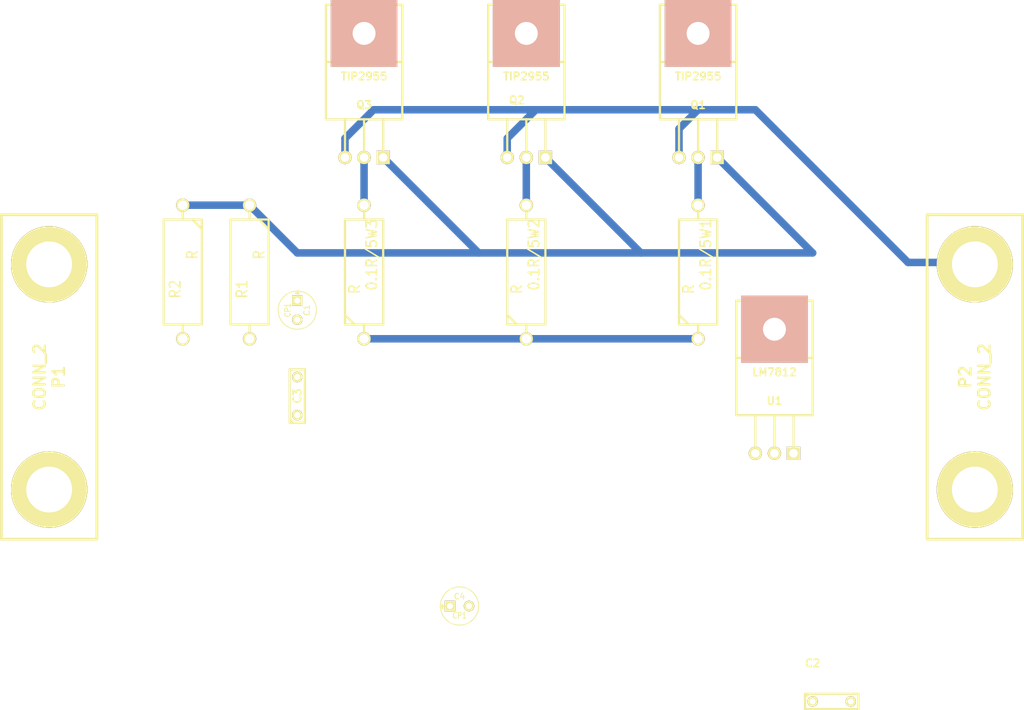
<source format=kicad_pcb>
(kicad_pcb (version 3) (host pcbnew "(2013-jul-07)-stable")

  (general
    (links 24)
    (no_connects 14)
    (area 113.109499 101.93382 251.380501 200.288401)
    (thickness 1.6)
    (drawings 0)
    (tracks 24)
    (zones 0)
    (modules 15)
    (nets 8)
  )

  (page A3)
  (layers
    (15 F.Cu signal)
    (0 B.Cu signal)
    (17 F.Adhes user)
    (19 F.Paste user)
    (21 F.SilkS user)
    (23 F.Mask user)
    (28 Edge.Cuts user)
  )

  (setup
    (last_trace_width 1)
    (trace_clearance 1)
    (zone_clearance 0.508)
    (zone_45_only no)
    (trace_min 0.254)
    (segment_width 0.2)
    (edge_width 0.1)
    (via_size 0.889)
    (via_drill 0.635)
    (via_min_size 0.889)
    (via_min_drill 0.508)
    (uvia_size 0.508)
    (uvia_drill 0.127)
    (uvias_allowed no)
    (uvia_min_size 0.508)
    (uvia_min_drill 0.127)
    (pcb_text_width 0.3)
    (pcb_text_size 1.5 1.5)
    (mod_edge_width 0.15)
    (mod_text_size 1 1)
    (mod_text_width 0.15)
    (pad_size 1.5 1.5)
    (pad_drill 0.6)
    (pad_to_mask_clearance 0.2)
    (solder_mask_min_width 0.3)
    (aux_axis_origin 0 0)
    (visible_elements FFFFFFBF)
    (pcbplotparams
      (layerselection 3178497)
      (usegerberextensions true)
      (excludeedgelayer true)
      (linewidth 0.150000)
      (plotframeref false)
      (viasonmask false)
      (mode 1)
      (useauxorigin false)
      (hpglpennumber 1)
      (hpglpenspeed 20)
      (hpglpendiameter 15)
      (hpglpenoverlay 2)
      (psnegative false)
      (psa4output false)
      (plotreference true)
      (plotvalue true)
      (plotothertext true)
      (plotinvisibletext false)
      (padsonsilk false)
      (subtractmaskfromsilk false)
      (outputformat 1)
      (mirror false)
      (drillshape 1)
      (scaleselection 1)
      (outputdirectory ""))
  )

  (net 0 "")
  (net 1 N-000001)
  (net 2 N-000002)
  (net 3 N-000003)
  (net 4 N-000004)
  (net 5 N-000005)
  (net 6 N-000006)
  (net 7 N-000007)

  (net_class Default "This is the default net class."
    (clearance 1)
    (trace_width 1)
    (via_dia 0.889)
    (via_drill 0.635)
    (uvia_dia 0.508)
    (uvia_drill 0.127)
    (add_net "")
    (add_net N-000001)
    (add_net N-000002)
    (add_net N-000003)
    (add_net N-000004)
    (add_net N-000005)
    (add_net N-000006)
    (add_net N-000007)
  )

  (module TO220 (layer F.Cu) (tedit 200000) (tstamp 53E4BFE1)
    (at 162.56 125.73 90)
    (descr "Transistor TO 220")
    (tags "TR TO220 DEV")
    (path /53E4BD04)
    (fp_text reference Q3 (at 6.985 0 180) (layer F.SilkS)
      (effects (font (size 1.016 1.016) (thickness 0.2032)))
    )
    (fp_text value TIP2955 (at 10.795 0 180) (layer F.SilkS)
      (effects (font (size 1.016 1.016) (thickness 0.2032)))
    )
    (fp_line (start 0 -2.54) (end 5.08 -2.54) (layer F.SilkS) (width 0.3048))
    (fp_line (start 0 0) (end 5.08 0) (layer F.SilkS) (width 0.3048))
    (fp_line (start 0 2.54) (end 5.08 2.54) (layer F.SilkS) (width 0.3048))
    (fp_line (start 5.08 5.08) (end 20.32 5.08) (layer F.SilkS) (width 0.3048))
    (fp_line (start 20.32 5.08) (end 20.32 -5.08) (layer F.SilkS) (width 0.3048))
    (fp_line (start 20.32 -5.08) (end 5.08 -5.08) (layer F.SilkS) (width 0.3048))
    (fp_line (start 5.08 -5.08) (end 5.08 5.08) (layer F.SilkS) (width 0.3048))
    (fp_line (start 12.7 3.81) (end 12.7 -5.08) (layer F.SilkS) (width 0.3048))
    (fp_line (start 12.7 3.81) (end 12.7 5.08) (layer F.SilkS) (width 0.3048))
    (pad 1 thru_hole rect (at 0 2.54 90) (size 1.778 1.778) (drill 1.143)
      (layers *.Cu *.Mask F.SilkS)
      (net 6 N-000006)
    )
    (pad 2 thru_hole circle (at 0 -2.54 90) (size 1.778 1.778) (drill 1.143)
      (layers *.Cu *.Mask F.SilkS)
      (net 1 N-000001)
    )
    (pad 3 thru_hole circle (at 0 0 90) (size 1.778 1.778) (drill 1.143)
      (layers *.Cu *.Mask F.SilkS)
      (net 5 N-000005)
    )
    (pad 4 thru_hole rect (at 16.51 0 90) (size 8.89 8.89) (drill 3.048)
      (layers *.Cu *.SilkS *.Mask)
    )
    (model discret/to220_horiz.wrl
      (at (xyz 0 0 0))
      (scale (xyz 1 1 1))
      (rotate (xyz 0 0 0))
    )
  )

  (module TO220 (layer F.Cu) (tedit 53E4BFF1) (tstamp 53E4BFF2)
    (at 184.15 125.73 90)
    (descr "Transistor TO 220")
    (tags "TR TO220 DEV")
    (path /53E4BD25)
    (fp_text reference Q2 (at 7.62 -1.27 180) (layer F.SilkS)
      (effects (font (size 1.016 1.016) (thickness 0.2032)))
    )
    (fp_text value TIP2955 (at 10.795 0 180) (layer F.SilkS)
      (effects (font (size 1.016 1.016) (thickness 0.2032)))
    )
    (fp_line (start 0 -2.54) (end 5.08 -2.54) (layer F.SilkS) (width 0.3048))
    (fp_line (start 0 0) (end 5.08 0) (layer F.SilkS) (width 0.3048))
    (fp_line (start 0 2.54) (end 5.08 2.54) (layer F.SilkS) (width 0.3048))
    (fp_line (start 5.08 5.08) (end 20.32 5.08) (layer F.SilkS) (width 0.3048))
    (fp_line (start 20.32 5.08) (end 20.32 -5.08) (layer F.SilkS) (width 0.3048))
    (fp_line (start 20.32 -5.08) (end 5.08 -5.08) (layer F.SilkS) (width 0.3048))
    (fp_line (start 5.08 -5.08) (end 5.08 5.08) (layer F.SilkS) (width 0.3048))
    (fp_line (start 12.7 3.81) (end 12.7 -5.08) (layer F.SilkS) (width 0.3048))
    (fp_line (start 12.7 3.81) (end 12.7 5.08) (layer F.SilkS) (width 0.3048))
    (pad 1 thru_hole rect (at 0 2.54 90) (size 1.778 1.778) (drill 1.143)
      (layers *.Cu *.Mask F.SilkS)
      (net 6 N-000006)
    )
    (pad 2 thru_hole circle (at 0 -2.54 90) (size 1.778 1.778) (drill 1.143)
      (layers *.Cu *.Mask F.SilkS)
      (net 1 N-000001)
    )
    (pad 3 thru_hole circle (at 0 0 90) (size 1.778 1.778) (drill 1.143)
      (layers *.Cu *.Mask F.SilkS)
      (net 4 N-000004)
    )
    (pad 4 thru_hole rect (at 16.51 0 90) (size 8.89 8.89) (drill 3.048)
      (layers *.Cu *.SilkS *.Mask)
    )
    (model discret/to220_horiz.wrl
      (at (xyz 0 0 0))
      (scale (xyz 1 1 1))
      (rotate (xyz 0 0 0))
    )
  )

  (module TO220 (layer F.Cu) (tedit 200000) (tstamp 53E4C003)
    (at 207.01 125.73 90)
    (descr "Transistor TO 220")
    (tags "TR TO220 DEV")
    (path /53E4BD2B)
    (fp_text reference Q1 (at 6.985 0 180) (layer F.SilkS)
      (effects (font (size 1.016 1.016) (thickness 0.2032)))
    )
    (fp_text value TIP2955 (at 10.795 0 180) (layer F.SilkS)
      (effects (font (size 1.016 1.016) (thickness 0.2032)))
    )
    (fp_line (start 0 -2.54) (end 5.08 -2.54) (layer F.SilkS) (width 0.3048))
    (fp_line (start 0 0) (end 5.08 0) (layer F.SilkS) (width 0.3048))
    (fp_line (start 0 2.54) (end 5.08 2.54) (layer F.SilkS) (width 0.3048))
    (fp_line (start 5.08 5.08) (end 20.32 5.08) (layer F.SilkS) (width 0.3048))
    (fp_line (start 20.32 5.08) (end 20.32 -5.08) (layer F.SilkS) (width 0.3048))
    (fp_line (start 20.32 -5.08) (end 5.08 -5.08) (layer F.SilkS) (width 0.3048))
    (fp_line (start 5.08 -5.08) (end 5.08 5.08) (layer F.SilkS) (width 0.3048))
    (fp_line (start 12.7 3.81) (end 12.7 -5.08) (layer F.SilkS) (width 0.3048))
    (fp_line (start 12.7 3.81) (end 12.7 5.08) (layer F.SilkS) (width 0.3048))
    (pad 1 thru_hole rect (at 0 2.54 90) (size 1.778 1.778) (drill 1.143)
      (layers *.Cu *.Mask F.SilkS)
      (net 6 N-000006)
    )
    (pad 2 thru_hole circle (at 0 -2.54 90) (size 1.778 1.778) (drill 1.143)
      (layers *.Cu *.Mask F.SilkS)
      (net 1 N-000001)
    )
    (pad 3 thru_hole circle (at 0 0 90) (size 1.778 1.778) (drill 1.143)
      (layers *.Cu *.Mask F.SilkS)
      (net 3 N-000003)
    )
    (pad 4 thru_hole rect (at 16.51 0 90) (size 8.89 8.89) (drill 3.048)
      (layers *.Cu *.SilkS *.Mask)
    )
    (model discret/to220_horiz.wrl
      (at (xyz 0 0 0))
      (scale (xyz 1 1 1))
      (rotate (xyz 0 0 0))
    )
  )

  (module TO220 (layer F.Cu) (tedit 200000) (tstamp 53E4C014)
    (at 217.17 165.1 90)
    (descr "Transistor TO 220")
    (tags "TR TO220 DEV")
    (path /53E4BF84)
    (fp_text reference U1 (at 6.985 0 180) (layer F.SilkS)
      (effects (font (size 1.016 1.016) (thickness 0.2032)))
    )
    (fp_text value LM7812 (at 10.795 0 180) (layer F.SilkS)
      (effects (font (size 1.016 1.016) (thickness 0.2032)))
    )
    (fp_line (start 0 -2.54) (end 5.08 -2.54) (layer F.SilkS) (width 0.3048))
    (fp_line (start 0 0) (end 5.08 0) (layer F.SilkS) (width 0.3048))
    (fp_line (start 0 2.54) (end 5.08 2.54) (layer F.SilkS) (width 0.3048))
    (fp_line (start 5.08 5.08) (end 20.32 5.08) (layer F.SilkS) (width 0.3048))
    (fp_line (start 20.32 5.08) (end 20.32 -5.08) (layer F.SilkS) (width 0.3048))
    (fp_line (start 20.32 -5.08) (end 5.08 -5.08) (layer F.SilkS) (width 0.3048))
    (fp_line (start 5.08 -5.08) (end 5.08 5.08) (layer F.SilkS) (width 0.3048))
    (fp_line (start 12.7 3.81) (end 12.7 -5.08) (layer F.SilkS) (width 0.3048))
    (fp_line (start 12.7 3.81) (end 12.7 5.08) (layer F.SilkS) (width 0.3048))
    (pad 1 thru_hole rect (at 0 2.54 90) (size 1.778 1.778) (drill 1.143)
      (layers *.Cu *.Mask F.SilkS)
    )
    (pad 2 thru_hole circle (at 0 -2.54 90) (size 1.778 1.778) (drill 1.143)
      (layers *.Cu *.Mask F.SilkS)
    )
    (pad 3 thru_hole circle (at 0 0 90) (size 1.778 1.778) (drill 1.143)
      (layers *.Cu *.Mask F.SilkS)
    )
    (pad 4 thru_hole rect (at 16.51 0 90) (size 8.89 8.89) (drill 3.048)
      (layers *.Cu *.SilkS *.Mask)
    )
    (model discret/to220_horiz.wrl
      (at (xyz 0 0 0))
      (scale (xyz 1 1 1))
      (rotate (xyz 0 0 0))
    )
  )

  (module R7 (layer F.Cu) (tedit 200000) (tstamp 53E4C024)
    (at 207.01 140.97 90)
    (descr "Resitance 7 pas")
    (tags R)
    (path /53E4BDC4)
    (autoplace_cost180 10)
    (fp_text reference 0.1R/5W1 (at 2.286 1.016 90) (layer F.SilkS)
      (effects (font (size 1.397 1.27) (thickness 0.2032)))
    )
    (fp_text value R (at -2.286 -1.27 90) (layer F.SilkS)
      (effects (font (size 1.397 1.27) (thickness 0.2032)))
    )
    (fp_line (start -8.89 0) (end -8.89 0) (layer F.SilkS) (width 0.3048))
    (fp_line (start -8.89 0) (end -8.89 0) (layer F.SilkS) (width 0.3048))
    (fp_line (start 6.985 0) (end 8.89 0) (layer F.SilkS) (width 0.3048))
    (fp_line (start 8.89 0) (end 8.89 0) (layer F.SilkS) (width 0.3048))
    (fp_line (start 6.985 2.54) (end -6.985 2.54) (layer F.SilkS) (width 0.3048))
    (fp_line (start -6.985 -2.54) (end 6.985 -2.54) (layer F.SilkS) (width 0.3048))
    (fp_line (start -6.985 -1.27) (end -5.715 -2.54) (layer F.SilkS) (width 0.3048))
    (fp_line (start 6.985 -2.54) (end 6.985 2.54) (layer F.SilkS) (width 0.3048))
    (fp_line (start -6.985 -2.54) (end -6.985 2.54) (layer F.SilkS) (width 0.3048))
    (fp_line (start -8.89 0) (end -6.985 0) (layer F.SilkS) (width 0.3048))
    (pad 1 thru_hole circle (at -8.89 0 90) (size 1.778 1.778) (drill 1.27)
      (layers *.Cu *.Mask F.SilkS)
      (net 7 N-000007)
    )
    (pad 2 thru_hole circle (at 8.89 0 90) (size 1.778 1.778) (drill 1.27)
      (layers *.Cu *.Mask F.SilkS)
      (net 3 N-000003)
    )
    (model discret/resistor.wrl
      (at (xyz 0 0 0))
      (scale (xyz 0.7 0.7 0.7))
      (rotate (xyz 0 0 0))
    )
  )

  (module R7 (layer F.Cu) (tedit 200000) (tstamp 53E4C034)
    (at 184.15 140.97 90)
    (descr "Resitance 7 pas")
    (tags R)
    (path /53E4BDD1)
    (autoplace_cost180 10)
    (fp_text reference 0.1R/5W2 (at 2.286 1.016 90) (layer F.SilkS)
      (effects (font (size 1.397 1.27) (thickness 0.2032)))
    )
    (fp_text value R (at -2.286 -1.27 90) (layer F.SilkS)
      (effects (font (size 1.397 1.27) (thickness 0.2032)))
    )
    (fp_line (start -8.89 0) (end -8.89 0) (layer F.SilkS) (width 0.3048))
    (fp_line (start -8.89 0) (end -8.89 0) (layer F.SilkS) (width 0.3048))
    (fp_line (start 6.985 0) (end 8.89 0) (layer F.SilkS) (width 0.3048))
    (fp_line (start 8.89 0) (end 8.89 0) (layer F.SilkS) (width 0.3048))
    (fp_line (start 6.985 2.54) (end -6.985 2.54) (layer F.SilkS) (width 0.3048))
    (fp_line (start -6.985 -2.54) (end 6.985 -2.54) (layer F.SilkS) (width 0.3048))
    (fp_line (start -6.985 -1.27) (end -5.715 -2.54) (layer F.SilkS) (width 0.3048))
    (fp_line (start 6.985 -2.54) (end 6.985 2.54) (layer F.SilkS) (width 0.3048))
    (fp_line (start -6.985 -2.54) (end -6.985 2.54) (layer F.SilkS) (width 0.3048))
    (fp_line (start -8.89 0) (end -6.985 0) (layer F.SilkS) (width 0.3048))
    (pad 1 thru_hole circle (at -8.89 0 90) (size 1.778 1.778) (drill 1.27)
      (layers *.Cu *.Mask F.SilkS)
      (net 7 N-000007)
    )
    (pad 2 thru_hole circle (at 8.89 0 90) (size 1.778 1.778) (drill 1.27)
      (layers *.Cu *.Mask F.SilkS)
      (net 4 N-000004)
    )
    (model discret/resistor.wrl
      (at (xyz 0 0 0))
      (scale (xyz 0.7 0.7 0.7))
      (rotate (xyz 0 0 0))
    )
  )

  (module R7 (layer F.Cu) (tedit 200000) (tstamp 53E4C044)
    (at 162.56 140.97 90)
    (descr "Resitance 7 pas")
    (tags R)
    (path /53E4BDD7)
    (autoplace_cost180 10)
    (fp_text reference 0.1R/5W3 (at 2.286 1.016 90) (layer F.SilkS)
      (effects (font (size 1.397 1.27) (thickness 0.2032)))
    )
    (fp_text value R (at -2.286 -1.27 90) (layer F.SilkS)
      (effects (font (size 1.397 1.27) (thickness 0.2032)))
    )
    (fp_line (start -8.89 0) (end -8.89 0) (layer F.SilkS) (width 0.3048))
    (fp_line (start -8.89 0) (end -8.89 0) (layer F.SilkS) (width 0.3048))
    (fp_line (start 6.985 0) (end 8.89 0) (layer F.SilkS) (width 0.3048))
    (fp_line (start 8.89 0) (end 8.89 0) (layer F.SilkS) (width 0.3048))
    (fp_line (start 6.985 2.54) (end -6.985 2.54) (layer F.SilkS) (width 0.3048))
    (fp_line (start -6.985 -2.54) (end 6.985 -2.54) (layer F.SilkS) (width 0.3048))
    (fp_line (start -6.985 -1.27) (end -5.715 -2.54) (layer F.SilkS) (width 0.3048))
    (fp_line (start 6.985 -2.54) (end 6.985 2.54) (layer F.SilkS) (width 0.3048))
    (fp_line (start -6.985 -2.54) (end -6.985 2.54) (layer F.SilkS) (width 0.3048))
    (fp_line (start -8.89 0) (end -6.985 0) (layer F.SilkS) (width 0.3048))
    (pad 1 thru_hole circle (at -8.89 0 90) (size 1.778 1.778) (drill 1.27)
      (layers *.Cu *.Mask F.SilkS)
      (net 7 N-000007)
    )
    (pad 2 thru_hole circle (at 8.89 0 90) (size 1.778 1.778) (drill 1.27)
      (layers *.Cu *.Mask F.SilkS)
      (net 5 N-000005)
    )
    (model discret/resistor.wrl
      (at (xyz 0 0 0))
      (scale (xyz 0.7 0.7 0.7))
      (rotate (xyz 0 0 0))
    )
  )

  (module R7 (layer F.Cu) (tedit 200000) (tstamp 53E4C054)
    (at 147.32 140.97 270)
    (descr "Resitance 7 pas")
    (tags R)
    (path /53E4BDDD)
    (autoplace_cost180 10)
    (fp_text reference R1 (at 2.286 1.016 270) (layer F.SilkS)
      (effects (font (size 1.397 1.27) (thickness 0.2032)))
    )
    (fp_text value R (at -2.286 -1.27 270) (layer F.SilkS)
      (effects (font (size 1.397 1.27) (thickness 0.2032)))
    )
    (fp_line (start -8.89 0) (end -8.89 0) (layer F.SilkS) (width 0.3048))
    (fp_line (start -8.89 0) (end -8.89 0) (layer F.SilkS) (width 0.3048))
    (fp_line (start 6.985 0) (end 8.89 0) (layer F.SilkS) (width 0.3048))
    (fp_line (start 8.89 0) (end 8.89 0) (layer F.SilkS) (width 0.3048))
    (fp_line (start 6.985 2.54) (end -6.985 2.54) (layer F.SilkS) (width 0.3048))
    (fp_line (start -6.985 -2.54) (end 6.985 -2.54) (layer F.SilkS) (width 0.3048))
    (fp_line (start -6.985 -1.27) (end -5.715 -2.54) (layer F.SilkS) (width 0.3048))
    (fp_line (start 6.985 -2.54) (end 6.985 2.54) (layer F.SilkS) (width 0.3048))
    (fp_line (start -6.985 -2.54) (end -6.985 2.54) (layer F.SilkS) (width 0.3048))
    (fp_line (start -8.89 0) (end -6.985 0) (layer F.SilkS) (width 0.3048))
    (pad 1 thru_hole circle (at -8.89 0 270) (size 1.778 1.778) (drill 1.27)
      (layers *.Cu *.Mask F.SilkS)
      (net 6 N-000006)
    )
    (pad 2 thru_hole circle (at 8.89 0 270) (size 1.778 1.778) (drill 1.27)
      (layers *.Cu *.Mask F.SilkS)
      (net 7 N-000007)
    )
    (model discret/resistor.wrl
      (at (xyz 0 0 0))
      (scale (xyz 0.7 0.7 0.7))
      (rotate (xyz 0 0 0))
    )
  )

  (module R7 (layer F.Cu) (tedit 200000) (tstamp 53E4C064)
    (at 138.43 140.97 270)
    (descr "Resitance 7 pas")
    (tags R)
    (path /53E4C6EA)
    (autoplace_cost180 10)
    (fp_text reference R2 (at 2.286 1.016 270) (layer F.SilkS)
      (effects (font (size 1.397 1.27) (thickness 0.2032)))
    )
    (fp_text value R (at -2.286 -1.27 270) (layer F.SilkS)
      (effects (font (size 1.397 1.27) (thickness 0.2032)))
    )
    (fp_line (start -8.89 0) (end -8.89 0) (layer F.SilkS) (width 0.3048))
    (fp_line (start -8.89 0) (end -8.89 0) (layer F.SilkS) (width 0.3048))
    (fp_line (start 6.985 0) (end 8.89 0) (layer F.SilkS) (width 0.3048))
    (fp_line (start 8.89 0) (end 8.89 0) (layer F.SilkS) (width 0.3048))
    (fp_line (start 6.985 2.54) (end -6.985 2.54) (layer F.SilkS) (width 0.3048))
    (fp_line (start -6.985 -2.54) (end 6.985 -2.54) (layer F.SilkS) (width 0.3048))
    (fp_line (start -6.985 -1.27) (end -5.715 -2.54) (layer F.SilkS) (width 0.3048))
    (fp_line (start 6.985 -2.54) (end 6.985 2.54) (layer F.SilkS) (width 0.3048))
    (fp_line (start -6.985 -2.54) (end -6.985 2.54) (layer F.SilkS) (width 0.3048))
    (fp_line (start -8.89 0) (end -6.985 0) (layer F.SilkS) (width 0.3048))
    (pad 1 thru_hole circle (at -8.89 0 270) (size 1.778 1.778) (drill 1.27)
      (layers *.Cu *.Mask F.SilkS)
      (net 6 N-000006)
    )
    (pad 2 thru_hole circle (at 8.89 0 270) (size 1.778 1.778) (drill 1.27)
      (layers *.Cu *.Mask F.SilkS)
      (net 7 N-000007)
    )
    (model discret/resistor.wrl
      (at (xyz 0 0 0))
      (scale (xyz 0.7 0.7 0.7))
      (rotate (xyz 0 0 0))
    )
  )

  (module C2 (layer F.Cu) (tedit 53E4C04E) (tstamp 53E4C06F)
    (at 224.79 198.12)
    (descr "Condensateur = 2 pas")
    (tags C)
    (path /53E4BF9D)
    (fp_text reference C2 (at -2.54 -5.08) (layer F.SilkS)
      (effects (font (size 1.016 1.016) (thickness 0.2032)))
    )
    (fp_text value C (at 0 0) (layer F.SilkS) hide
      (effects (font (size 1.016 1.016) (thickness 0.2032)))
    )
    (fp_line (start -3.556 -1.016) (end 3.556 -1.016) (layer F.SilkS) (width 0.3048))
    (fp_line (start 3.556 -1.016) (end 3.556 1.016) (layer F.SilkS) (width 0.3048))
    (fp_line (start 3.556 1.016) (end -3.556 1.016) (layer F.SilkS) (width 0.3048))
    (fp_line (start -3.556 1.016) (end -3.556 -1.016) (layer F.SilkS) (width 0.3048))
    (fp_line (start -3.556 -0.508) (end -3.048 -1.016) (layer F.SilkS) (width 0.3048))
    (pad 1 thru_hole circle (at -2.54 0) (size 1.397 1.397) (drill 0.8128)
      (layers *.Cu *.Mask F.SilkS)
      (net 6 N-000006)
    )
    (pad 2 thru_hole circle (at 2.54 0) (size 1.397 1.397) (drill 0.8128)
      (layers *.Cu *.Mask F.SilkS)
      (net 2 N-000002)
    )
    (model discret/capa_2pas_5x5mm.wrl
      (at (xyz 0 0 0))
      (scale (xyz 1 1 1))
      (rotate (xyz 0 0 0))
    )
  )

  (module C2 (layer F.Cu) (tedit 53EB5BE2) (tstamp 53E4C07A)
    (at 153.67 157.48 90)
    (descr "Condensateur = 2 pas")
    (tags C)
    (path /53E4BFB4)
    (fp_text reference C3 (at 0 0 90) (layer F.SilkS)
      (effects (font (size 1.016 1.016) (thickness 0.2032)))
    )
    (fp_text value C (at 0 0 90) (layer F.SilkS) hide
      (effects (font (size 1.016 1.016) (thickness 0.2032)))
    )
    (fp_line (start -3.556 -1.016) (end 3.556 -1.016) (layer F.SilkS) (width 0.3048))
    (fp_line (start 3.556 -1.016) (end 3.556 1.016) (layer F.SilkS) (width 0.3048))
    (fp_line (start 3.556 1.016) (end -3.556 1.016) (layer F.SilkS) (width 0.3048))
    (fp_line (start -3.556 1.016) (end -3.556 -1.016) (layer F.SilkS) (width 0.3048))
    (fp_line (start -3.556 -0.508) (end -3.048 -1.016) (layer F.SilkS) (width 0.3048))
    (pad 1 thru_hole circle (at -2.54 0 90) (size 1.397 1.397) (drill 0.8128)
      (layers *.Cu *.Mask F.SilkS)
      (net 1 N-000001)
    )
    (pad 2 thru_hole circle (at 2.54 0 90) (size 1.397 1.397) (drill 0.8128)
      (layers *.Cu *.Mask F.SilkS)
      (net 2 N-000002)
    )
    (model discret/capa_2pas_5x5mm.wrl
      (at (xyz 0 0 0))
      (scale (xyz 1 1 1))
      (rotate (xyz 0 0 0))
    )
  )

  (module C1V5 (layer F.Cu) (tedit 3E070CF4) (tstamp 53E4C082)
    (at 153.67 146.05 270)
    (descr "Condensateur e = 1 pas")
    (tags C)
    (path /53E4C1C2)
    (fp_text reference C1 (at 0 -1.26746 270) (layer F.SilkS)
      (effects (font (size 0.762 0.762) (thickness 0.127)))
    )
    (fp_text value CP1 (at 0 1.27 270) (layer F.SilkS)
      (effects (font (size 0.762 0.635) (thickness 0.127)))
    )
    (fp_text user + (at -2.286 0 270) (layer F.SilkS)
      (effects (font (size 0.762 0.762) (thickness 0.2032)))
    )
    (fp_circle (center 0 0) (end 0.127 -2.54) (layer F.SilkS) (width 0.127))
    (pad 1 thru_hole rect (at -1.27 0 270) (size 1.397 1.397) (drill 0.8128)
      (layers *.Cu *.Mask F.SilkS)
      (net 6 N-000006)
    )
    (pad 2 thru_hole circle (at 1.27 0 270) (size 1.397 1.397) (drill 0.8128)
      (layers *.Cu *.Mask F.SilkS)
      (net 2 N-000002)
    )
    (model discret/c_vert_c1v5.wrl
      (at (xyz 0 0 0))
      (scale (xyz 1 1 1))
      (rotate (xyz 0 0 0))
    )
  )

  (module C1V5 (layer F.Cu) (tedit 3E070CF4) (tstamp 53E4C08A)
    (at 175.26 185.42)
    (descr "Condensateur e = 1 pas")
    (tags C)
    (path /53E4C1D9)
    (fp_text reference C4 (at 0 -1.26746) (layer F.SilkS)
      (effects (font (size 0.762 0.762) (thickness 0.127)))
    )
    (fp_text value CP1 (at 0 1.27) (layer F.SilkS)
      (effects (font (size 0.762 0.635) (thickness 0.127)))
    )
    (fp_text user + (at -2.286 0) (layer F.SilkS)
      (effects (font (size 0.762 0.762) (thickness 0.2032)))
    )
    (fp_circle (center 0 0) (end 0.127 -2.54) (layer F.SilkS) (width 0.127))
    (pad 1 thru_hole rect (at -1.27 0) (size 1.397 1.397) (drill 0.8128)
      (layers *.Cu *.Mask F.SilkS)
      (net 1 N-000001)
    )
    (pad 2 thru_hole circle (at 1.27 0) (size 1.397 1.397) (drill 0.8128)
      (layers *.Cu *.Mask F.SilkS)
      (net 2 N-000002)
    )
    (model discret/c_vert_c1v5.wrl
      (at (xyz 0 0 0))
      (scale (xyz 1 1 1))
      (rotate (xyz 0 0 0))
    )
  )

  (module 2PIN_6mm (layer F.Cu) (tedit 200000) (tstamp 53E4C094)
    (at 120.65 154.94 90)
    (descr "module 2 pin (trou 6 mm)")
    (tags DEV)
    (path /53E4BCC3)
    (fp_text reference P1 (at 0 1.27 90) (layer F.SilkS)
      (effects (font (size 1.524 1.524) (thickness 0.3048)))
    )
    (fp_text value CONN_2 (at 0 -1.27 90) (layer F.SilkS)
      (effects (font (size 1.524 1.524) (thickness 0.3048)))
    )
    (fp_line (start -21.59 -6.35) (end 21.59 -6.35) (layer F.SilkS) (width 0.381))
    (fp_line (start 21.59 -6.35) (end 21.59 6.35) (layer F.SilkS) (width 0.381))
    (fp_line (start 21.59 6.35) (end -21.59 6.35) (layer F.SilkS) (width 0.381))
    (fp_line (start -21.59 6.35) (end -21.59 -6.35) (layer F.SilkS) (width 0.381))
    (pad 1 thru_hole circle (at -14.986 0 90) (size 10.16 10.16) (drill 6.096)
      (layers *.Cu *.Mask F.SilkS)
      (net 2 N-000002)
    )
    (pad 2 thru_hole circle (at 14.986 0 90) (size 10.16 10.16) (drill 6.096)
      (layers *.Cu *.Mask F.SilkS)
      (net 7 N-000007)
    )
    (model "device/douille_4mm(red).wrl"
      (at (xyz -0.59 0 0))
      (scale (xyz 1.8 1.8 1.8))
      (rotate (xyz 0 0 0))
    )
    (model "device/douille_4mm(red).wrl"
      (at (xyz 0.59 0 0))
      (scale (xyz 1.8 1.8 1.8))
      (rotate (xyz 0 0 0))
    )
  )

  (module 2PIN_6mm (layer F.Cu) (tedit 200000) (tstamp 53E4C09E)
    (at 243.84 154.94 270)
    (descr "module 2 pin (trou 6 mm)")
    (tags DEV)
    (path /53E4C613)
    (fp_text reference P2 (at 0 1.27 270) (layer F.SilkS)
      (effects (font (size 1.524 1.524) (thickness 0.3048)))
    )
    (fp_text value CONN_2 (at 0 -1.27 270) (layer F.SilkS)
      (effects (font (size 1.524 1.524) (thickness 0.3048)))
    )
    (fp_line (start -21.59 -6.35) (end 21.59 -6.35) (layer F.SilkS) (width 0.381))
    (fp_line (start 21.59 -6.35) (end 21.59 6.35) (layer F.SilkS) (width 0.381))
    (fp_line (start 21.59 6.35) (end -21.59 6.35) (layer F.SilkS) (width 0.381))
    (fp_line (start -21.59 6.35) (end -21.59 -6.35) (layer F.SilkS) (width 0.381))
    (pad 1 thru_hole circle (at -14.986 0 270) (size 10.16 10.16) (drill 6.096)
      (layers *.Cu *.Mask F.SilkS)
      (net 1 N-000001)
    )
    (pad 2 thru_hole circle (at 14.986 0 270) (size 10.16 10.16) (drill 6.096)
      (layers *.Cu *.Mask F.SilkS)
      (net 2 N-000002)
    )
    (model "device/douille_4mm(red).wrl"
      (at (xyz -0.59 0 0))
      (scale (xyz 1.8 1.8 1.8))
      (rotate (xyz 0 0 0))
    )
    (model "device/douille_4mm(red).wrl"
      (at (xyz 0.59 0 0))
      (scale (xyz 1.8 1.8 1.8))
      (rotate (xyz 0 0 0))
    )
  )

  (segment (start 217.17 121.92) (end 234.95 139.7) (width 1) (layer B.Cu) (net 1))
  (segment (start 214.63 119.38) (end 217.17 121.92) (width 1) (layer B.Cu) (net 1) (tstamp 53EB5BBB))
  (segment (start 207.01 119.38) (end 214.63 119.38) (width 1) (layer B.Cu) (net 1) (tstamp 53EB5BC6))
  (segment (start 243.586 139.7) (end 243.84 139.954) (width 1) (layer B.Cu) (net 1) (tstamp 53EB5BC9))
  (segment (start 234.95 139.7) (end 243.586 139.7) (width 1) (layer B.Cu) (net 1) (tstamp 53EB5BC8))
  (segment (start 204.47 125.73) (end 204.47 121.92) (width 1) (layer B.Cu) (net 1))
  (segment (start 204.47 121.92) (end 207.01 119.38) (width 1) (layer B.Cu) (net 1) (tstamp 53EB5BC3))
  (segment (start 181.61 125.73) (end 181.61 123.19) (width 1) (layer B.Cu) (net 1))
  (segment (start 181.61 123.19) (end 185.42 119.38) (width 1) (layer B.Cu) (net 1) (tstamp 53EB5BBE))
  (segment (start 163.83 119.38) (end 185.42 119.38) (width 1) (layer B.Cu) (net 1))
  (segment (start 185.42 119.38) (end 207.01 119.38) (width 1) (layer B.Cu) (net 1) (tstamp 53EB5BC1))
  (segment (start 160.02 123.19) (end 163.83 119.38) (width 1) (layer B.Cu) (net 1) (tstamp 53EB5BB7))
  (segment (start 160.02 125.73) (end 160.02 123.19) (width 1) (layer B.Cu) (net 1))
  (segment (start 207.01 125.73) (end 207.01 132.08) (width 1) (layer B.Cu) (net 3))
  (segment (start 184.15 125.73) (end 184.15 132.08) (width 1) (layer B.Cu) (net 4))
  (segment (start 162.56 125.73) (end 162.56 132.08) (width 1) (layer B.Cu) (net 5))
  (segment (start 147.32 132.08) (end 138.43 132.08) (width 1) (layer B.Cu) (net 6))
  (segment (start 222.25 138.43) (end 153.67 138.43) (width 1) (layer B.Cu) (net 6))
  (segment (start 209.55 125.73) (end 222.25 138.43) (width 1) (layer B.Cu) (net 6))
  (segment (start 153.67 138.43) (end 147.32 132.08) (width 1) (layer B.Cu) (net 6) (tstamp 53EB5BAF))
  (segment (start 186.69 125.73) (end 199.39 138.43) (width 1) (layer B.Cu) (net 6))
  (segment (start 165.1 125.73) (end 177.8 138.43) (width 1) (layer B.Cu) (net 6))
  (segment (start 184.15 149.86) (end 207.01 149.86) (width 1) (layer B.Cu) (net 7))
  (segment (start 162.56 149.86) (end 184.15 149.86) (width 1) (layer B.Cu) (net 7))

)

</source>
